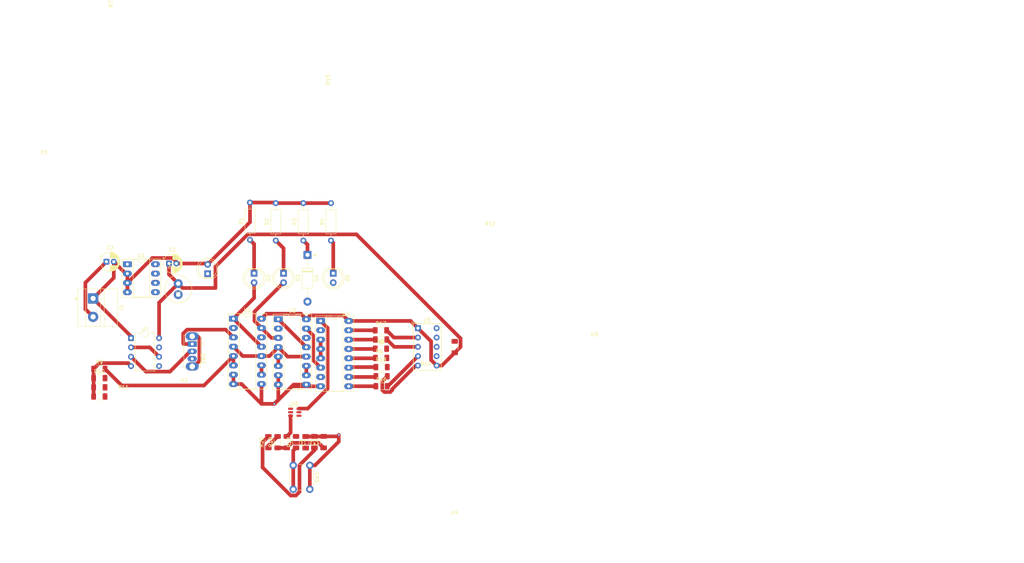
<source format=kicad_pcb>
(kicad_pcb (version 20241229) (generator "pcbnew") (generator_version "9.0")
  (layers (0 "F.Cu" signal) (2 "B.Cu" signal) (13 "F.Paste" user) (15 "B.Paste" user) (5 "F.SilkS" user "F.Silkscreen") (7 "B.SilkS" user "B.Silkscreen") (1 "F.Mask" user) (3 "B.Mask" user) (25 "Edge.Cuts" user))
  (net 0 "")
  (net 1 "VDD")
  (net 2 "GND")
  (net 3 "Net-(D2-K)")
  (net 4 "Net-(D3-K)")
  (net 5 "Net-(D4-K)")
  (net 6 "Net-(D5-K)")
  (net 7 "Net-(U7-DIS)")
  (net 8 "Net-(U7-THR)")
  (net 9 "+5V")
  (net 10 "Net-(U4-g)")
  (net 11 "Net-(U5-G)")
  (net 12 "Net-(U5-F)")
  (net 13 "Net-(U4-f)")
  (net 14 "Clock")
  (net 15 "Net-(U4-e)")
  (net 16 "Net-(U5-E)")
  (net 17 "Net-(U4-BI)")
  (net 18 "Net-(U4-d)")
  (net 19 "Net-(U5-D)")
  (net 20 "Net-(SW2-A)")
  (net 21 "Net-(R13-Pad1)")
  (net 22 "Net-(U3B-J)")
  (net 23 "Net-(U3A-J)")
  (net 24 "Net-(U2B-J)")
  (net 25 "Net-(U2A-J)")
  (net 26 "Net-(U4-c)")
  (net 27 "Net-(U5-C)")
  (net 28 "Net-(U5-A)")
  (net 29 "Net-(U4-a)")
  (net 30 "Net-(U5-B)")
  (net 31 "Net-(U4-b)")
  (net 32 "Q3")
  (net 33 "Q1")
  (net 34 "Reset")
  (net 36 "Net-(D1-K)")
  (net 39 "555")
  (net 41 "Q2")
  (net 43 "Q0")
  (footprint "Package_DIP:DIP-16_W7.62mm_Socket_LongPads" (layer "F.Cu") (at 156.57 88.49)
    (property "Reference" "U3" (at 3.81 -2.33 0) (layer "F.SilkS"))
    (property "Value" "4027")
    (pad "1" thru_hole roundrect (at 0 0) (size 2.4 1.6) (drill 0.8) (layers "*.Cu" "*.Mask") (roundrect_rratio 0.15625) (net 41 "Q2"))
    (pad "2" thru_hole oval (at 0 2.54) (size 2.4 1.6) (drill 0.8) (layers "*.Cu" "*.Mask"))
    (pad "3" thru_hole oval (at 0 5.08) (size 2.4 1.6) (drill 0.8) (layers "*.Cu" "*.Mask") (net 33 "Q1"))
    (pad "4" thru_hole oval (at 0 7.62) (size 2.4 1.6) (drill 0.8) (layers "*.Cu" "*.Mask") (net 34 "Reset"))
    (pad "5" thru_hole oval (at 0 10.16) (size 2.4 1.6) (drill 0.8) (layers "*.Cu" "*.Mask") (net 23 "Net-(U3A-J)"))
    (pad "6" thru_hole oval (at 0 12.7) (size 2.4 1.6) (drill 0.8) (layers "*.Cu" "*.Mask") (net 23 "Net-(U3A-J)"))
    (pad "7" thru_hole oval (at 0 15.24) (size 2.4 1.6) (drill 0.8) (layers "*.Cu" "*.Mask") (net 2 "GND"))
    (pad "8" thru_hole oval (at 0 17.78) (size 2.4 1.6) (drill 0.8) (layers "*.Cu" "*.Mask") (net 2 "GND"))
    (pad "9" thru_hole oval (at 7.62 17.78) (size 2.4 1.6) (drill 0.8) (layers "*.Cu" "*.Mask") (net 2 "GND"))
    (pad "10" thru_hole oval (at 7.62 15.24) (size 2.4 1.6) (drill 0.8) (layers "*.Cu" "*.Mask") (net 22 "Net-(U3B-J)"))
    (pad "11" thru_hole oval (at 7.62 12.7) (size 2.4 1.6) (drill 0.8) (layers "*.Cu" "*.Mask") (net 22 "Net-(U3B-J)"))
    (pad "12" thru_hole oval (at 7.62 10.16) (size 2.4 1.6) (drill 0.8) (layers "*.Cu" "*.Mask") (net 34 "Reset"))
    (pad "13" thru_hole oval (at 7.62 7.62) (size 2.4 1.6) (drill 0.8) (layers "*.Cu" "*.Mask") (net 41 "Q2"))
    (pad "14" thru_hole oval (at 7.62 5.08) (size 2.4 1.6) (drill 0.8) (layers "*.Cu" "*.Mask"))
    (pad "15" thru_hole oval (at 7.62 2.54) (size 2.4 1.6) (drill 0.8) (layers "*.Cu" "*.Mask") (net 32 "Q3"))
    (pad "16" thru_hole oval (at 7.62 0) (size 2.4 1.6) (drill 0.8) (layers "*.Cu" "*.Mask") (net 9 "+5V"))
  )
  (footprint "Resistor_THT:R_Axial_DIN0207_L6.3mm_D2.5mm_P10.16mm_Horizontal" (layer "F.Cu") (at 170.88 67.08 90)
    (property "Reference" "R4" (at 5.08 -2.37 90) (layer "F.SilkS"))
    (property "Value" "4k7")
    (pad "1" thru_hole circle (at 0 0 90) (size 1.6 1.6) (drill 0.8) (layers "*.Cu" "*.Mask") (net 6 "Net-(D5-K)"))
    (pad "2" thru_hole circle (at 10.16 0 90) (size 1.6 1.6) (drill 0.8) (layers "*.Cu" "*.Mask") (net 2 "GND"))
  )
  (footprint "Diode_THT:D_DO-41_SOD81_P12.70mm_Horizontal" (layer "F.Cu") (at 164.5 71 -90)
    (property "Reference" "D4" (at 6.35 -2.47 90) (layer "F.SilkS"))
    (property "Value" "LED")
    (fp_text user "K" (at 0 -2.1 90) (layer "F.SilkS"))
    (pad "1" thru_hole roundrect (at 0 0 270) (size 2.2 2.2) (drill 1.1) (layers "*.Cu" "*.Mask") (roundrect_rratio 0.113636) (net 5 "Net-(D4-K)"))
    (pad "2" thru_hole circle (at 12.7 0 270) (size 2.2 2.2) (drill 1.1) (layers "*.Cu" "*.Mask") (net 41 "Q2"))
  )
  (footprint "Package_TO_SOT_SMD:SOT-23-6" (layer "F.Cu") (at 161.0525 113.78)
    (property "Reference" "U6" (at 0 -2.4 0) (layer "F.SilkS"))
    (property "Value" "74LVC1G11")
    (pad "1" smd roundrect (at -1.1375 -0.95) (size 1.325 0.6) (layers "F.Cu" "F.Mask" "F.Paste") (net 32 "Q3"))
    (pad "2" smd roundrect (at -1.1375 0) (size 1.325 0.6) (layers "F.Cu" "F.Mask" "F.Paste") (net 2 "GND"))
    (pad "3" smd roundrect (at -1.1375 0.95) (size 1.325 0.6) (layers "F.Cu" "F.Mask" "F.Paste") (net 14 "Clock"))
    (pad "4" smd roundrect (at 1.1375 0.95) (size 1.325 0.6) (layers "F.Cu" "F.Mask" "F.Paste") (net 34 "Reset"))
    (pad "5" smd roundrect (at 1.1375 0) (size 1.325 0.6) (layers "F.Cu" "F.Mask" "F.Paste") (net 9 "+5V"))
    (pad "6" smd roundrect (at 1.1375 -0.95) (size 1.325 0.6) (layers "F.Cu" "F.Mask" "F.Paste") (net 33 "Q1"))
  )
  (footprint "Inductor_THT:L_Radial_D7.2mm_P3.00mm_Murata_1700" (layer "F.Cu") (at 129.38 81.8 90)
    (property "Reference" "L1" (at 0.235 0 90) (layer "F.SilkS"))
    (property "Value" "L")
    (pad "1" thru_hole circle (at 0 0 90) (size 2.4 2.4) (drill 1.2) (layers "*.Cu" "*.Mask") (net 36 "Net-(D1-K)"))
    (pad "2" thru_hole circle (at 3 0 90) (size 2.4 2.4) (drill 1.2) (layers "*.Cu" "*.Mask") (net 9 "+5V"))
  )
  (footprint "LED_THT:LED_D5.0mm" (layer "F.Cu") (at 150 76 -90)
    (property "Reference" "D2" (at 1.27 -3.96 90) (layer "F.SilkS"))
    (property "Value" "LED")
    (pad "1" thru_hole rect (at 0 0 270) (size 1.8 1.8) (drill 0.9) (layers "*.Cu" "*.Mask") (net 3 "Net-(D2-K)"))
    (pad "2" thru_hole circle (at 2.54 0 270) (size 1.8 1.8) (drill 0.9) (layers "*.Cu" "*.Mask") (net 43 "Q0"))
  )
  (footprint "Resistor_SMD:R_1206_3216Metric_Pad1.30x1.75mm_HandSolder" (layer "F.Cu") (at 184.5 94)
    (property "Reference" "R18" (at 0 5.465 0) (layer "F.SilkS"))
    (property "Value" "2k")
    (pad "1" smd roundrect (at -1.55 0) (size 1.3 1.75) (layers "F.Cu" "F.Mask" "F.Paste") (roundrect_rratio 0.192308) (net 10 "Net-(U4-g)"))
    (pad "2" smd roundrect (at 1.55 0) (size 1.3 1.75) (layers "F.Cu" "F.Mask" "F.Paste") (roundrect_rratio 0.192308) (net 11 "Net-(U5-G)"))
  )
  (footprint "Package_DIP:DIP-8_W7.62mm_Socket_LongPads" (layer "F.Cu") (at 115.57 73.53)
    (property "Reference" "U1" (at 3.81 -2.33 0) (layer "F.SilkS"))
    (property "Value" "LM2574N-5")
    (pad "1" thru_hole roundrect (at 0 0) (size 2.4 1.6) (drill 0.8) (layers "*.Cu" "*.Mask") (roundrect_rratio 0.15625) (net 9 "+5V"))
    (pad "2" thru_hole oval (at 0 2.54) (size 2.4 1.6) (drill 0.8) (layers "*.Cu" "*.Mask") (net 2 "GND"))
    (pad "3" thru_hole oval (at 0 5.08) (size 2.4 1.6) (drill 0.8) (layers "*.Cu" "*.Mask") (net 2 "GND"))
    (pad "4" thru_hole oval (at 0 7.62) (size 2.4 1.6) (drill 0.8) (layers "*.Cu" "*.Mask") (net 2 "GND"))
    (pad "5" thru_hole oval (at 7.62 7.62) (size 2.4 1.6) (drill 0.8) (layers "*.Cu" "*.Mask") (net 1 "VDD"))
    (pad "6" thru_hole oval (at 7.62 5.08) (size 2.4 1.6) (drill 0.8) (layers "*.Cu" "*.Mask"))
    (pad "7" thru_hole oval (at 7.62 2.54) (size 2.4 1.6) (drill 0.8) (layers "*.Cu" "*.Mask") (net 36 "Net-(D1-K)"))
    (pad "8" thru_hole oval (at 7.62 0) (size 2.4 1.6) (drill 0.8) (layers "*.Cu" "*.Mask"))
  )
  (footprint "Resistor_THT:R_Axial_DIN0207_L6.3mm_D2.5mm_P10.16mm_Horizontal" (layer "F.Cu") (at 155.88 67.08 90)
    (property "Reference" "R2" (at 5.08 -2.37 90) (layer "F.SilkS"))
    (property "Value" "4k7")
    (pad "1" thru_hole circle (at 0 0 90) (size 1.6 1.6) (drill 0.8) (layers "*.Cu" "*.Mask") (net 4 "Net-(D3-K)"))
    (pad "2" thru_hole circle (at 10.16 0 90) (size 1.6 1.6) (drill 0.8) (layers "*.Cu" "*.Mask") (net 2 "GND"))
  )
  (footprint "Resistor_SMD:R_1206_3216Metric_Pad1.30x1.75mm_HandSolder" (layer "F.Cu") (at 184.625 101.5)
    (property "Reference" "R8" (at -0.225 -7.035 0) (layer "F.SilkS"))
    (property "Value" "2k")
    (pad "1" smd roundrect (at -1.55 0) (size 1.3 1.75) (layers "F.Cu" "F.Mask" "F.Paste") (roundrect_rratio 0.192308) (net 26 "Net-(U4-c)"))
    (pad "2" smd roundrect (at 1.55 0) (size 1.3 1.75) (layers "F.Cu" "F.Mask" "F.Paste") (roundrect_rratio 0.192308) (net 27 "Net-(U5-C)"))
  )
  (footprint "Resistor_SMD:R_1206_3216Metric_Pad1.30x1.75mm_HandSolder" (layer "F.Cu") (at 107.95 104.5)
    (property "Reference" "R10" (at 0 -1.83 0) (layer "F.SilkS"))
    (property "Value" "10k")
    (pad "1" smd roundrect (at -1.55 0) (size 1.3 1.75) (layers "F.Cu" "F.Mask" "F.Paste") (roundrect_rratio 0.192308) (net 9 "+5V"))
    (pad "2" smd roundrect (at 1.55 0) (size 1.3 1.75) (layers "F.Cu" "F.Mask" "F.Paste") (roundrect_rratio 0.192308) (net 24 "Net-(U2B-J)"))
  )
  (footprint "Package_DIP:DIP-16_W7.62mm_Socket_LongPads" (layer "F.Cu") (at 168.07 88.95)
    (property "Reference" "U4" (at 6.89 -1.95 0) (layer "F.SilkS"))
    (property "Value" "74LS47")
    (pad "1" thru_hole roundrect (at 0 0) (size 2.4 1.6) (drill 0.8) (layers "*.Cu" "*.Mask") (roundrect_rratio 0.15625) (net 33 "Q1"))
    (pad "2" thru_hole oval (at 0 2.54) (size 2.4 1.6) (drill 0.8) (layers "*.Cu" "*.Mask") (net 41 "Q2"))
    (pad "3" thru_hole oval (at 0 5.08) (size 2.4 1.6) (drill 0.8) (layers "*.Cu" "*.Mask") (net 17 "Net-(U4-BI)"))
    (pad "4" thru_hole oval (at 0 7.62) (size 2.4 1.6) (drill 0.8) (layers "*.Cu" "*.Mask") (net 17 "Net-(U4-BI)"))
    (pad "5" thru_hole oval (at 0 10.16) (size 2.4 1.6) (drill 0.8) (layers "*.Cu" "*.Mask") (net 17 "Net-(U4-BI)"))
    (pad "6" thru_hole oval (at 0 12.7) (size 2.4 1.6) (drill 0.8) (layers "*.Cu" "*.Mask") (net 32 "Q3"))
    (pad "7" thru_hole oval (at 0 15.24) (size 2.4 1.6) (drill 0.8) (layers "*.Cu" "*.Mask") (net 43 "Q0"))
    (pad "8" thru_hole oval (at 0 17.78) (size 2.4 1.6) (drill 0.8) (layers "*.Cu" "*.Mask") (net 2 "GND"))
    (pad "9" thru_hole oval (at 7.62 17.78) (size 2.4 1.6) (drill 0.8) (layers "*.Cu" "*.Mask") (net 15 "Net-(U4-e)"))
    (pad "10" thru_hole oval (at 7.62 15.24) (size 2.4 1.6) (drill 0.8) (layers "*.Cu" "*.Mask") (net 18 "Net-(U4-d)"))
    (pad "11" thru_hole oval (at 7.62 12.7) (size 2.4 1.6) (drill 0.8) (layers "*.Cu" "*.Mask") (net 26 "Net-(U4-c)"))
    (pad "12" thru_hole oval (at 7.62 10.16) (size 2.4 1.6) (drill 0.8) (layers "*.Cu" "*.Mask") (net 31 "Net-(U4-b)"))
    (pad "13" thru_hole oval (at 7.62 7.62) (size 2.4 1.6) (drill 0.8) (layers "*.Cu" "*.Mask") (net 29 "Net-(U4-a)"))
    (pad "14" thru_hole oval (at 7.62 5.08) (size 2.4 1.6) (drill 0.8) (layers "*.Cu" "*.Mask") (net 10 "Net-(U4-g)"))
    (pad "15" thru_hole oval (at 7.62 2.54) (size 2.4 1.6) (drill 0.8) (layers "*.Cu" "*.Mask") (net 13 "Net-(U4-f)"))
    (pad "16" thru_hole oval (at 7.62 0) (size 2.4 1.6) (drill 0.8) (layers "*.Cu" "*.Mask") (net 9 "+5V"))
  )
  (footprint "Resistor_SMD:R_1206_3216Metric_Pad1.30x1.75mm_HandSolder" (layer "F.Cu") (at 107.95 109.5)
    (property "Reference" "R12" (at 106.175 -46.935 0) (layer "F.SilkS"))
    (property "Value" "10k")
    (pad "1" smd roundrect (at -1.55 0) (size 1.3 1.75) (layers "F.Cu" "F.Mask" "F.Paste") (roundrect_rratio 0.192308) (net 9 "+5V"))
    (pad "2" smd roundrect (at 1.55 0) (size 1.3 1.75) (layers "F.Cu" "F.Mask" "F.Paste") (roundrect_rratio 0.192308) (net 22 "Net-(U3B-J)"))
  )
  (footprint "Resistor_SMD:R_1206_3216Metric_Pad1.30x1.75mm_HandSolder" (layer "F.Cu") (at 184.5 99)
    (property "Reference" "R6" (at -0.5 -1.83 0) (layer "F.SilkS"))
    (property "Value" "2k")
    (pad "1" smd roundrect (at -1.55 0) (size 1.3 1.75) (layers "F.Cu" "F.Mask" "F.Paste") (roundrect_rratio 0.192308) (net 31 "Net-(U4-b)"))
    (pad "2" smd roundrect (at 1.55 0) (size 1.3 1.75) (layers "F.Cu" "F.Mask" "F.Paste") (roundrect_rratio 0.192308) (net 30 "Net-(U5-B)"))
  )
  (footprint "Resistor_SMD:R_1206_3216Metric_Pad1.30x1.75mm_HandSolder" (layer "F.Cu") (at 107.95 107)
    (property "Reference" "R11" (at 6.55 0 0) (layer "F.SilkS"))
    (property "Value" "10k")
    (pad "1" smd roundrect (at -1.55 0) (size 1.3 1.75) (layers "F.Cu" "F.Mask" "F.Paste") (roundrect_rratio 0.192308) (net 9 "+5V"))
    (pad "2" smd roundrect (at 1.55 0) (size 1.3 1.75) (layers "F.Cu" "F.Mask" "F.Paste") (roundrect_rratio 0.192308) (net 23 "Net-(U3A-J)"))
  )
  (footprint "Resistor_SMD:R_1206_3216Metric_Pad1.30x1.75mm_HandSolder" (layer "F.Cu") (at 161.38 121.9025 90)
    (property "Reference" "R13" (at 0 -1.83 90) (layer "F.SilkS"))
    (property "Value" "2k")
    (pad "1" smd roundrect (at -1.55 0 90) (size 1.3 1.75) (layers "F.Cu" "F.Mask" "F.Paste") (roundrect_rratio 0.192308) (net 21 "Net-(R13-Pad1)"))
    (pad "2" smd roundrect (at 1.55 0 90) (size 1.3 1.75) (layers "F.Cu" "F.Mask" "F.Paste") (roundrect_rratio 0.192308) (net 20 "Net-(SW2-A)"))
  )
  (footprint "LED_THT:LED_D5.0mm" (layer "F.Cu") (at 137.38 76.115 90)
    (property "Reference" "D1" (at 2.275 -10.03 90) (layer "F.SilkS"))
    (property "Value" "LED")
    (pad "1" thru_hole rect (at 0 0 90) (size 1.8 1.8) (drill 0.9) (layers "*.Cu" "*.Mask") (net 36 "Net-(D1-K)"))
    (pad "2" thru_hole circle (at 2.54 0 90) (size 1.8 1.8) (drill 0.9) (layers "*.Cu" "*.Mask") (net 2 "GND"))
  )
  (footprint "Capacitor_SMD:C_1206_3216Metric_Pad1.33x1.80mm_HandSolder" (layer "F.Cu") (at 166.38 121.9025 90)
    (property "Reference" "C3" (at -0.16 -3.03 270) (layer "F.SilkS"))
    (property "Value" "10u")
    (pad "1" smd roundrect (at -1.5625 0 90) (size 1.325 1.8) (layers "F.Cu" "F.Mask" "F.Paste") (roundrect_rratio 0.188679) (net 8 "Net-(U7-THR)"))
    (pad "2" smd roundrect (at 1.5625 0 90) (size 1.325 1.8) (layers "F.Cu" "F.Mask" "F.Paste") (roundrect_rratio 0.188679) (net 2 "GND"))
  )
  (footprint "Capacitor_SMD:C_1206_3216Metric_Pad1.33x1.80mm_HandSolder" (layer "F.Cu") (at 164 121.9375 -90)
    (property "Reference" "C5" (at 0 -1.85 90) (layer "F.SilkS"))
    (property "Value" "1u")
    (pad "1" smd roundrect (at -1.5625 0 270) (size 1.325 1.8) (layers "F.Cu" "F.Mask" "F.Paste") (roundrect_rratio 0.188679) (net 2 "GND"))
    (pad "2" smd roundrect (at 1.5625 0 270) (size 1.325 1.8) (layers "F.Cu" "F.Mask" "F.Paste") (roundrect_rratio 0.188679) (net 20 "Net-(SW2-A)"))
  )
  (footprint "LED_THT:LED_D5.0mm" (layer "F.Cu") (at 158 76 -90)
    (property "Reference" "D3" (at 1.27 -3.96 90) (layer "F.SilkS"))
    (property "Value" "LED")
    (pad "1" thru_hole rect (at 0 0 270) (size 1.8 1.8) (drill 0.9) (layers "*.Cu" "*.Mask") (net 4 "Net-(D3-K)"))
    (pad "2" thru_hole circle (at 2.54 0 270) (size 1.8 1.8) (drill 0.9) (layers "*.Cu" "*.Mask") (net 33 "Q1"))
  )
  (footprint "MountingHole:MountingHole_5.5mm" (layer "F.Cu") (at 93 49.5)
    (property "Reference" "H1" (at 0 -6.45 0) (layer "F.SilkS"))
    (property "Value" "MountingHole")
    (pad "" np_thru_hole circle (at 0 0) (size 5.5 5.5) (drill 5.5) (layers "*.Cu" "*.Mask"))
  )
  (footprint "Resistor_THT:R_Axial_DIN0207_L6.3mm_D2.5mm_P10.16mm_Horizontal" (layer "F.Cu") (at 163.38 67.08 90)
    (property "Reference" "R3" (at 5.08 -2.37 90) (layer "F.SilkS"))
    (property "Value" "4k7")
    (pad "1" thru_hole circle (at 0 0 90) (size 1.6 1.6) (drill 0.8) (layers "*.Cu" "*.Mask") (net 5 "Net-(D4-K)"))
    (pad "2" thru_hole circle (at 10.16 0 90) (size 1.6 1.6) (drill 0.8) (layers "*.Cu" "*.Mask") (net 2 "GND"))
  )
  (footprint "Capacitor_SMD:C_1206_3216Metric_Pad1.33x1.80mm_HandSolder" (layer "F.Cu") (at 168.88 121.9025 90)
    (property "Reference" "C4" (at 0 -1.85 90) (layer "F.SilkS"))
    (property "Value" "100n")
    (pad "1" smd roundrect (at -1.5625 0 90) (size 1.325 1.8) (layers "F.Cu" "F.Mask" "F.Paste") (roundrect_rratio 0.188679) (net 9 "+5V"))
    (pad "2" smd roundrect (at 1.5625 0 90) (size 1.325 1.8) (layers "F.Cu" "F.Mask" "F.Paste") (roundrect_rratio 0.188679) (net 2 "GND"))
  )
  (footprint "Resistor_SMD:R_1206_3216Metric_Pad1.30x1.75mm_HandSolder" (layer "F.Cu") (at 158.88 121.915 90)
    (property "Reference" "R7" (at 119.125 -47.745 90) (layer "F.SilkS"))
    (property "Value" "10k")
    (pad "1" smd roundrect (at -1.55 0 90) (size 1.3 1.75) (layers "F.Cu" "F.Mask" "F.Paste") (roundrect_rratio 0.192308) (net 9 "+5V"))
    (pad "2" smd roundrect (at 1.55 0 90) (size 1.3 1.75) (layers "F.Cu" "F.Mask" "F.Paste") (roundrect_rratio 0.192308) (net 14 "Clock"))
  )
  (footprint "Button_Switch_THT:SW_PUSH_6mm_H4.3mm" (layer "F.Cu") (at 165.13 128.215 -90)
    (property "Reference" "SW1" (at 3.25 -2 90) (layer "F.SilkS"))
    (property "Value" "SW_Push")
    (pad "1" thru_hole circle (at 0 0) (size 2 2) (drill 1.1) (layers "*.Cu" "*.Mask") (net 2 "GND"))
    (pad "1" thru_hole circle (at 6.5 0) (size 2 2) (drill 1.1) (layers "*.Cu" "*.Mask") (net 2 "GND"))
    (pad "2" thru_hole circle (at 0 4.5) (size 2 2) (drill 1.1) (layers "*.Cu" "*.Mask") (net 21 "Net-(R13-Pad1)"))
    (pad "2" thru_hole circle (at 6.5 4.5) (size 2 2) (drill 1.1) (layers "*.Cu" "*.Mask") (net 21 "Net-(R13-Pad1)"))
  )
  (footprint "Resistor_SMD:R_1206_3216Metric_Pad1.30x1.75mm_HandSolder" (layer "F.Cu") (at 184.45 96.5)
    (property "Reference" "R5" (at 0 -1.83 0) (layer "F.SilkS"))
    (property "Value" "2k")
    (pad "1" smd roundrect (at -1.55 0) (size 1.3 1.75) (layers "F.Cu" "F.Mask" "F.Paste") (roundrect_rratio 0.192308) (net 29 "Net-(U4-a)"))
    (pad "2" smd roundrect (at 1.55 0) (size 1.3 1.75) (layers "F.Cu" "F.Mask" "F.Paste") (roundrect_rratio 0.192308) (net 28 "Net-(U5-A)"))
  )
  (footprint "Resistor_SMD:R_1206_3216Metric_Pad1.30x1.75mm_HandSolder" (layer "F.Cu") (at 184.45 91.5)
    (property "Reference" "R17" (at 0 -1.83 0) (layer "F.SilkS"))
    (property "Value" "2k")
    (pad "1" smd roundrect (at -1.55 0) (size 1.3 1.75) (layers "F.Cu" "F.Mask" "F.Paste") (roundrect_rratio 0.192308) (net 13 "Net-(U4-f)"))
    (pad "2" smd roundrect (at 1.55 0) (size 1.3 1.75) (layers "F.Cu" "F.Mask" "F.Paste") (roundrect_rratio 0.192308) (net 12 "Net-(U5-F)"))
  )
  (footprint "TerminalBlock_MetzConnect:TerminalBlock_MetzConnect_Type011_RT05502HBLC_1x02_P5.00mm_Horizontal" (layer "F.Cu") (at 106.2625 82.84 -90)
    (property "Reference" "J1" (at 2.5 -7.62 90) (layer "F.SilkS"))
    (property "Value" "Screw_Terminal_01x02")
    (pad "1" thru_hole roundrect (at 0 0 270) (size 2.8 2.8) (drill 1.4) (layers "*.Cu" "*.Mask") (roundrect_rratio 0.089286) (net 2 "GND"))
    (pad "2" thru_hole circle (at 5 0 270) (size 2.8 2.8) (drill 1.4) (layers "*.Cu" "*.Mask") (net 1 "VDD"))
  )
  (footprint "LED_THT:LED_D5.0mm" (layer "F.Cu") (at 171.5 76 -90)
    (property "Reference" "D5" (at 1.27 -3.96 90) (layer "F.SilkS"))
    (property "Value" "LED")
    (pad "1" thru_hole rect (at 0 0 270) (size 1.8 1.8) (drill 0.9) (layers "*.Cu" "*.Mask") (net 6 "Net-(D5-K)"))
    (pad "2" thru_hole circle (at 2.54 0 270) (size 1.8 1.8) (drill 0.9) (layers "*.Cu" "*.Mask") (net 32 "Q3"))
  )
  (footprint "Display_7Segment:HDSP-7401" (layer "F.Cu") (at 194.5 90.92)
    (property "Reference" "U5" (at 2.54 -2.159 0) (layer "F.SilkS"))
    (property "Value" "FYS-3911BUHR-21")
    (pad "1" thru_hole rect (at 0 0) (size 1.6 1.6) (drill 0.8) (layers "*.Cu" "*.Mask") (net 9 "+5V"))
    (pad "2" thru_hole circle (at 0 2.54) (size 1.6 1.6) (drill 0.8) (layers "*.Cu" "*.Mask") (net 12 "Net-(U5-F)"))
    (pad "3" thru_hole circle (at 0 5.08) (size 1.6 1.6) (drill 0.8) (layers "*.Cu" "*.Mask") (net 11 "Net-(U5-G)"))
    (pad "4" thru_hole circle (at 0 7.62) (size 1.6 1.6) (drill 0.8) (layers "*.Cu" "*.Mask") (net 16 "Net-(U5-E)"))
    (pad "5" thru_hole circle (at 0 10.16) (size 1.6 1.6) (drill 0.8) (layers "*.Cu" "*.Mask") (net 19 "Net-(U5-D)"))
    (pad "6" thru_hole circle (at 5.08 10.16) (size 1.6 1.6) (drill 0.8) (layers "*.Cu" "*.Mask") (net 9 "+5V"))
    (pad "7" thru_hole circle (at 5.08 7.62) (size 1.6 1.6) (drill 0.8) (layers "*.Cu" "*.Mask"))
    (pad "8" thru_hole circle (at 5.08 5.08) (size 1.6 1.6) (drill 0.8) (layers "*.Cu" "*.Mask") (net 27 "Net-(U5-C)"))
    (pad "9" thru_hole circle (at 5.08 2.54) (size 1.6 1.6) (drill 0.8) (layers "*.Cu" "*.Mask") (net 30 "Net-(U5-B)"))
    (pad "10" thru_hole circle (at 5.08 0) (size 1.6 1.6) (drill 0.8) (layers "*.Cu" "*.Mask") (net 28 "Net-(U5-A)"))
  )
  (footprint "Resistor_SMD:R_1206_3216Metric_Pad1.30x1.75mm_HandSolder" (layer "F.Cu") (at 153.88 121.915 90)
    (property "Reference" "R20" (at 0 -1.83 90) (layer "F.SilkS"))
    (property "Value" "47k")
    (pad "1" smd roundrect (at -1.55 0 90) (size 1.3 1.75) (layers "F.Cu" "F.Mask" "F.Paste") (roundrect_rratio 0.192308) (net 7 "Net-(U7-DIS)"))
    (pad "2" smd roundrect (at 1.55 0 90) (size 1.3 1.75) (layers "F.Cu" "F.Mask" "F.Paste") (roundrect_rratio 0.192308) (net 8 "Net-(U7-THR)"))
  )
  (footprint "Package_DIP:DIP-8_W7.62mm" (layer "F.Cu") (at 116.57 93.61)
    (property "Reference" "U7" (at 3.81 -2.33 0) (layer "F.SilkS"))
    (property "Value" "NE555P")
    (pad "1" thru_hole roundrect (at 0 0) (size 1.6 1.6) (drill 0.8) (layers "*.Cu" "*.Mask") (roundrect_rratio 0.15625) (net 2 "GND"))
    (pad "2" thru_hole circle (at 0 2.54) (size 1.6 1.6) (drill 0.8) (layers "*.Cu" "*.Mask") (net 8 "Net-(U7-THR)"))
    (pad "3" thru_hole circle (at 0 5.08) (size 1.6 1.6) (drill 0.8) (layers "*.Cu" "*.Mask") (net 39 "555"))
    (pad "4" thru_hole circle (at 0 7.62) (size 1.6 1.6) (drill 0.8) (layers "*.Cu" "*.Mask") (net 9 "+5V"))
    (pad "5" thru_hole circle (at 7.62 7.62) (size 1.6 1.6) (drill 0.8) (layers "*.Cu" "*.Mask"))
    (pad "6" thru_hole circle (at 7.62 5.08) (size 1.6 1.6) (drill 0.8) (layers "*.Cu" "*.Mask") (net 8 "Net-(U7-THR)"))
    (pad "7" thru_hole circle (at 7.62 2.54) (size 1.6 1.6) (drill 0.8) (layers "*.Cu" "*.Mask") (net 7 "Net-(U7-DIS)"))
    (pad "8" thru_hole circle (at 7.62 0) (size 1.6 1.6) (drill 0.8) (layers "*.Cu" "*.Mask") (net 9 "+5V"))
  )
  (footprint "Button_Switch_THT:SW_Slide_SPDT_Straight_CK_OS102011MS2Q" (layer "F.Cu") (at 133.19 95.23 -90)
    (property "Reference" "SW2" (at 3.99 -2.99 90) (layer "F.SilkS"))
    (property "Value" "SW_Wuerth_450301014042")
    (pad "" thru_hole oval (at -2.1 0 270) (size 2.2 3.5) (drill 1.5) (layers "*.Cu" "*.Mask"))
    (pad "" thru_hole oval (at 6.1 0 270) (size 2.2 3.5) (drill 1.5) (layers "*.Cu" "*.Mask"))
    (pad "1" thru_hole rect (at 0 0 270) (size 1.5 2.5) (drill 0.8) (layers "*.Cu" "*.Mask") (net 14 "Clock"))
    (pad "2" thru_hole oval (at 2 0 270) (size 1.5 2.5) (drill 0.8) (layers "*.Cu" "*.Mask") (net 39 "555"))
    (pad "3" thru_hole oval (at 4 0 270) (size 1.5 2.5) (drill 0.8) (layers "*.Cu" "*.Mask") (net 20 "Net-(SW2-A)"))
  )
  (footprint "Capacitor_THT:CP_Radial_D5.0mm_P2.00mm" (layer "F.Cu") (at 109.88 72.84)
    (property "Reference" "C2" (at 1 -3.75 0) (layer "F.SilkS"))
    (property "Value" "C_Polarized")
    (pad "1" thru_hole roundrect (at 0 0) (size 1.6 1.6) (drill 0.8) (layers "*.Cu" "*.Mask") (roundrect_rratio 0.15625) (net 1 "VDD"))
    (pad "2" thru_hole circle (at 2 0) (size 1.6 1.6) (drill 0.8) (layers "*.Cu" "*.Mask") (net 2 "GND"))
  )
  (footprint "MountingHole:MountingHole_5.5mm" (layer "F.Cu") (at 204.5 49.5)
    (property "Reference" "H3" (at 38 43.1 0) (layer "F.SilkS"))
    (property "Value" "MountingHole")
    (pad "" np_thru_hole circle (at 0 0) (size 5.5 5.5) (drill 5.5) (layers "*.Cu" "*.Mask"))
  )
  (footprint "Package_DIP:DIP-16_W7.62mm_Socket_LongPads" (layer "F.Cu") (at 144.38 88.34)
    (property "Reference" "U2" (at 3.81 -2.33 0) (layer "F.SilkS"))
    (property "Value" "4027")
    (pad "1" thru_hole roundrect (at 0 0) (size 2.4 1.6) (drill 0.8) (layers "*.Cu" "*.Mask") (roundrect_rratio 0.15625) (net 43 "Q0"))
    (pad "2" thru_hole oval (at 0 2.54) (size 2.4 1.6) (drill 0.8) (layers "*.Cu" "*.Mask"))
    (pad "3" thru_hole oval (at 0 5.08) (size 2.4 1.6) (drill 0.8) (layers "*.Cu" "*.Mask") (net 14 "Clock"))
    (pad "4" thru_hole oval (at 0 7.62) (size 2.4 1.6) (drill 0.8) (layers "*.Cu" "*.Mask") (net 34 "Reset"))
    (pad "5" thru_hole oval (at 0 10.16) (size 2.4 1.6) (drill 0.8) (layers "*.Cu" "*.Mask") (net 25 "Net-(U2A-J)"))
    (pad "6" thru_hole oval (at 0 12.7) (size 2.4 1.6) (drill 0.8) (layers "*.Cu" "*.Mask") (net 25 "Net-(U2A-J)"))
    (pad "7" thru_hole oval (at 0 15.24) (size 2.4 1.6) (drill 0.8) (layers "*.Cu" "*.Mask") (net 2 "GND"))
    (pad "8" thru_hole oval (at 0 17.78) (size 2.4 1.6) (drill 0.8) (layers "*.Cu" "*.Mask") (net 2 "GND"))
    (pad "9" thru_hole oval (at 7.62 17.78) (size 2.4 1.6) (drill 0.8) (layers "*.Cu" "*.Mask") (net 2 "GND"))
    (pad "10" thru_hole oval (at 7.62 15.24) (size 2.4 1.6) (drill 0.8) (layers "*.Cu" "*.Mask") (net 24 "Net-(U2B-J)"))
    (pad "11" thru_hole oval (at 7.62 12.7) (size 2.4 1.6) (drill 0.8) (layers "*.Cu" "*.Mask") (net 24 "Net-(U2B-J)"))
    (pad "12" thru_hole oval (at 7.62 10.16) (size 2.4 1.6) (drill 0.8) (layers "*.Cu" "*.Mask") (net 34 "Reset"))
    (pad "13" thru_hole oval (at 7.62 7.62) (size 2.4 1.6) (drill 0.8) (layers "*.Cu" "*.Mask") (net 43 "Q0"))
    (pad "14" thru_hole oval (at 7.62 5.08) (size 2.4 1.6) (drill 0.8) (layers "*.Cu" "*.Mask"))
    (pad "15" thru_hole oval (at 7.62 2.54) (size 2.4 1.6) (drill 0.8) (layers "*.Cu" "*.Mask") (net 33 "Q1"))
    (pad "16" thru_hole oval (at 7.62 0) (size 2.4 1.6) (drill 0.8) (layers "*.Cu" "*.Mask") (net 9 "+5V"))
  )
  (footprint "MountingHole:MountingHole_5.5mm" (layer "F.Cu") (at 93 147.5)
    (property "Reference" "H2" (at 38 -42.35 0) (layer "F.SilkS"))
    (property "Value" "MountingHole")
    (pad "" np_thru_hole circle (at 0 0) (size 5.5 5.5) (drill 5.5) (layers "*.Cu" "*.Mask"))
  )
  (footprint "Resistor_SMD:R_1206_3216Metric_Pad1.30x1.75mm_HandSolder" (layer "F.Cu") (at 107.95 102)
    (property "Reference" "R9" (at 0 -1.83 0) (layer "F.SilkS"))
    (property "Value" "10k")
    (pad "1" smd roundrect (at -1.55 0) (size 1.3 1.75) (layers "F.Cu" "F.Mask" "F.Paste") (roundrect_rratio 0.192308) (net 9 "+5V"))
    (pad "2" smd roundrect (at 1.55 0) (size 1.3 1.75) (layers "F.Cu" "F.Mask" "F.Paste") (roundrect_rratio 0.192308) (net 25 "Net-(U2A-J)"))
  )
  (footprint "Resistor_SMD:R_1206_3216Metric_Pad1.30x1.75mm_HandSolder" (layer "F.Cu") (at 204.5 96.05 90)
    (property "Reference" "R15" (at 72.675 -34.365 90) (layer "F.SilkS"))
    (property "Value" "10k")
    (pad "1" smd roundrect (at -1.55 0 90) (size 1.3 1.75) (layers "F.Cu" "F.Mask" "F.Paste") (roundrect_rratio 0.192308) (net 9 "+5V"))
    (pad "2" smd roundrect (at 1.55 0 90) (size 1.3 1.75) (layers "F.Cu" "F.Mask" "F.Paste") (roundrect_rratio 0.192308) (net 17 "Net-(U4-BI)"))
  )
  (footprint "Capacitor_THT:CP_Radial_D5.0mm_P2.00mm" (layer "F.Cu") (at 126.88 73.34)
    (property "Reference" "C1" (at 1 -3.75 0) (layer "F.SilkS"))
    (property "Value" "C_Polarized")
    (pad "1" thru_hole roundrect (at 0 0) (size 1.6 1.6) (drill 0.8) (layers "*.Cu" "*.Mask") (roundrect_rratio 0.15625) (net 9 "+5V"))
    (pad "2" thru_hole circle (at 2 0) (size 1.6 1.6) (drill 0.8) (layers "*.Cu" "*.Mask") (net 2 "GND"))
  )
  (footprint "Resistor_SMD:R_1206_3216Metric_Pad1.30x1.75mm_HandSolder" (layer "F.Cu") (at 156.38 121.915 90)
    (property "Reference" "R19" (at 0 -1.83 90) (layer "F.SilkS"))
    (property "Value" "47k")
    (pad "1" smd roundrect (at -1.55 0 90) (size 1.3 1.75) (layers "F.Cu" "F.Mask" "F.Paste") (roundrect_rratio 0.192308) (net 9 "+5V"))
    (pad "2" smd roundrect (at 1.55 0 90) (size 1.3 1.75) (layers "F.Cu" "F.Mask" "F.Paste") (roundrect_rratio 0.192308) (net 7 "Net-(U7-DIS)"))
  )
  (footprint "MountingHole:MountingHole_5.5mm" (layer "F.Cu") (at 204.5 147.5)
    (property "Reference" "H4" (at 0 -6.45 0) (layer "F.SilkS"))
    (property "Value" "MountingHole")
    (pad "" np_thru_hole circle (at 0 0) (size 5.5 5.5) (drill 5.5) (layers "*.Cu" "*.Mask"))
  )
  (footprint "Resistor_SMD:R_1206_3216Metric_Pad1.30x1.75mm_HandSolder" (layer "F.Cu") (at 184.625 106.705)
    (property "Reference" "R16" (at 0 -1.83 0) (layer "F.SilkS"))
    (property "Value" "2k")
    (pad "1" smd roundrect (at -1.55 0) (size 1.3 1.75) (layers "F.Cu" "F.Mask" "F.Paste") (roundrect_rratio 0.192308) (net 15 "Net-(U4-e)"))
    (pad "2" smd roundrect (at 1.55 0) (size 1.3 1.75) (layers "F.Cu" "F.Mask" "F.Paste") (roundrect_rratio 0.192308) (net 16 "Net-(U5-E)"))
  )
  (footprint "Resistor_SMD:R_1206_3216Metric_Pad1.30x1.75mm_HandSolder" (layer "F.Cu") (at 184.625 104)
    (property "Reference" "R14" (at 12.05 -3.34 0) (layer "F.SilkS"))
    (property "Value" "2k")
    (pad "1" smd roundrect (at -1.55 0) (size 1.3 1.75) (layers "F.Cu" "F.Mask" "F.Paste") (roundrect_rratio 0.192308) (net 18 "Net-(U4-d)"))
    (pad "2" smd roundrect (at 1.55 0) (size 1.3 1.75) (layers "F.Cu" "F.Mask" "F.Paste") (roundrect_rratio 0.192308) (net 19 "Net-(U5-D)"))
  )
  (footprint "Resistor_THT:R_Axial_DIN0207_L6.3mm_D2.5mm_P10.16mm_Horizontal" (layer "F.Cu") (at 148.88 66.92 90)
    (property "Reference" "R1" (at 5.08 -2.37 90) (layer "F.SilkS"))
    (property "Value" "4k7")
    (pad "1" thru_hole circle (at 0 0 90) (size 1.6 1.6) (drill 0.8) (layers "*.Cu" "*.Mask") (net 3 "Net-(D2-K)"))
    (pad "2" thru_hole circle (at 10.16 0 90) (size 1.6 1.6) (drill 0.8) (layers "*.Cu" "*.Mask") (net 2 "GND"))
  )
  (segment (start 135.141 93.631) (end 135.141 99.831024) (width 1) (layer "F.Cu") (net 0))
  (segment (start 134.64 93.13) (end 135.141 93.631) (width 1) (layer "F.Cu") (net 0))
  (segment (start 133.642024 101.33) (end 133.19 101.33) (width 1) (layer "F.Cu") (net 0))
  (segment (start 135.141 99.831024) (end 133.642024 101.33) (width 1) (layer "F.Cu") (net 0))
  (segment (start 133.19 93.13) (end 134.64 93.13) (width 1) (layer "F.Cu") (net 0))
  (segment (start 104.1615 85.739) (end 104.1615 78.5585) (width 1) (layer "F.Cu") (net 1))
  (segment (start 106.2625 87.84) (end 104.1615 85.739) (width 1) (layer "F.Cu") (net 1))
  (segment (start 104.1615 78.5585) (end 109.88 72.84) (width 1) (layer "F.Cu") (net 1))
  (segment (start 156.57 103.73) (end 156.57 106.27) (width 1) (layer "F.Cu") (net 2))
  (segment (start 111.88 77.2225) (end 111.88 72.84) (width 1) (layer "F.Cu") (net 2))
  (segment (start 160.73 106.27) (end 155.5 111.5) (width 1) (layer "F.Cu") (net 2))
  (segment (start 164 120.375) (end 168.845 120.375) (width 1) (layer "F.Cu") (net 2))
  (segment (start 168.07 106.73) (end 160.27 106.73) (width 1) (layer "F.Cu") (net 2))
  (segment (start 148.88 56.76) (end 148.88 62.075) (width 1) (layer "F.Cu") (net 2))
  (segment (start 156.57 106.27) (end 156.57 110.43) (width 1) (layer "F.Cu") (net 2))
  (segment (start 166.345 120.375) (end 166.38 120.34) (width 1) (layer "F.Cu") (net 2))
  (segment (start 165.13 128.215) (end 166.544344 128.215) (width 1) (layer "F.Cu") (net 2))
  (segment (start 164.19 106.27) (end 160.73 106.27) (width 1) (layer "F.Cu") (net 2))
  (segment (start 115.57 78.61) (end 115.57 76.07) (width 1) (layer "F.Cu") (net 2))
  (segment (start 152 111.5) (end 155.5 111.5) (width 1) (layer "F.Cu") (net 2))
  (segment (start 155.72 56.76) (end 155.88 56.92) (width 1) (layer "F.Cu") (net 2))
  (segment (start 168.88 120.34) (end 172.66 120.34) (width 1) (layer "F.Cu") (net 2))
  (segment (start 148.88 62.075) (end 137.38 73.575) (width 1) (layer "F.Cu") (net 2))
  (segment (start 165.13 134.715) (end 165.13 128.215) (width 1) (layer "F.Cu") (net 2))
  (segment (start 106.2625 82.84) (end 111.88 77.2225) (width 1) (layer "F.Cu") (net 2))
  (segment (start 160.27 106.73) (end 155.5 111.5) (width 1) (layer "F.Cu") (net 2))
  (segment (start 152 106.12) (end 152 111.5) (width 1) (layer "F.Cu") (net 2))
  (segment (start 168.845 120.375) (end 168.88 120.34) (width 1) (layer "F.Cu") (net 2))
  (segment (start 128.88 73.34) (end 137.145 73.34) (width 1) (layer "F.Cu") (net 2))
  (segment (start 144.38 106.12) (end 146.62 106.12) (width 1) (layer "F.Cu") (net 2))
  (segment (start 148.88 56.76) (end 155.72 56.76) (width 1) (layer "F.Cu") (net 2))
  (segment (start 146.62 106.12) (end 152 111.5) (width 1) (layer "F.Cu") (net 2))
  (segment (start 164 120.375) (end 166.345 120.375) (width 1) (layer "F.Cu") (net 2))
  (segment (start 115.11 76.07) (end 115.57 76.07) (width 1) (layer "F.Cu") (net 2))
  (segment (start 115.57 81.15) (end 115.57 78.627265) (width 1) (layer "F.Cu") (net 2))
  (segment (start 116.57 93.1475) (end 106.2625 82.84) (width 1) (layer "F.Cu") (net 2))
  (segment (start 173 121.759344) (end 173 120) (width 1) (layer "F.Cu") (net 2))
  (segment (start 116.57 93.61) (end 116.57 93.1475) (width 1) (layer "F.Cu") (net 2))
  (segment (start 163.38 56.92) (end 155.88 56.92) (width 1) (layer "F.Cu") (net 2))
  (segment (start 122.358265 71.839) (end 127.839 71.839) (width 1) (layer "F.Cu") (net 2))
  (segment (start 156.57 110.43) (end 155.5 111.5) (width 1) (layer "F.Cu") (net 2))
  (segment (start 172.66 120.34) (end 173 120) (width 1) (layer "F.Cu") (net 2))
  (segment (start 137.145 73.34) (end 137.38 73.575) (width 1) (layer "F.Cu") (net 2))
  (segment (start 170.88 56.92) (end 163.38 56.92) (width 1) (layer "F.Cu") (net 2))
  (segment (start 128.88 72.88) (end 128.88 73.34) (width 1) (layer "F.Cu") (net 2))
  (segment (start 111.88 72.84) (end 115.11 76.07) (width 1) (layer "F.Cu") (net 2))
  (segment (start 166.544344 128.215) (end 173 121.759344) (width 1) (layer "F.Cu") (net 2))
  (segment (start 127.839 71.839) (end 128.88 72.88) (width 1) (layer "F.Cu") (net 2))
  (segment (start 115.57 78.627265) (end 122.358265 71.839) (width 1) (layer "F.Cu") (net 2))
  (segment (start 144.38 103.58) (end 144.38 106.12) (width 1) (layer "F.Cu") (net 2))
  (segment (start 115.57 81.15) (end 115.57 78.61) (width 1) (layer "F.Cu") (net 2))
  (via (at 173 120) (size 0.6) (drill 0.3) (layers "F.Cu" "B.Cu") (net 2))
  (via (at 155.5 111.5) (size 0.6) (drill 0.3) (layers "F.Cu" "B.Cu") (net 2))
  (segment (start 150 68.04) (end 148.88 66.92) (width 1) (layer "F.Cu") (net 3))
  (segment (start 150 76) (end 150 68.04) (width 1) (layer "F.Cu") (net 3))
  (segment (start 158 76) (end 158 69.2) (width 1) (layer "F.Cu") (net 4))
  (segment (start 158 69.2) (end 155.88 67.08) (width 1) (layer "F.Cu") (net 4))
  (segment (start 164.5 71) (end 164.5 68.2) (width 1) (layer "F.Cu") (net 5))
  (segment (start 164.5 68.2) (end 163.38 67.08) (width 1) (layer "F.Cu") (net 5))
  (segment (start 171.5 67.7) (end 170.88 67.08) (width 1) (layer "F.Cu") (net 6))
  (segment (start 171.5 76) (end 171.5 67.7) (width 1) (layer "F.Cu") (net 6))
  (segment (start 153.88 122.865) (end 156.38 120.365) (width 1) (layer "F.Cu") (net 7))
  (segment (start 153.88 123.465) (end 153.88 122.865) (width 1) (layer "F.Cu") (net 7))
  (segment (start 152.304 121.941) (end 153.88 120.365) (width 1) (layer "F.Cu") (net 8))
  (segment (start 116.57 96.15) (end 121.65 96.15) (width 1) (layer "F.Cu") (net 8))
  (segment (start 152.304 128.794578) (end 152.304 121.941) (width 1) (layer "F.Cu") (net 8))
  (segment (start 166.38 123.465) (end 166.38 124.1275) (width 1) (layer "F.Cu") (net 8))
  (segment (start 162.331 135.419578) (end 161.334578 136.416) (width 1) (layer "F.Cu") (net 8))
  (segment (start 162.331 128.1765) (end 162.331 135.419578) (width 1) (layer "F.Cu") (net 8))
  (segment (start 159.925422 136.416) (end 152.304 128.794578) (width 1) (layer "F.Cu") (net 8))
  (segment (start 121.65 96.15) (end 124.19 98.69) (width 1) (layer "F.Cu") (net 8))
  (segment (start 161.334578 136.416) (end 159.925422 136.416) (width 1) (layer "F.Cu") (net 8))
  (segment (start 166.38 124.1275) (end 162.331 128.1765) (width 1) (layer "F.Cu") (net 8))
  (segment (start 198.079 94.499) (end 194.5 90.92) (width 1) (layer "F.Cu") (net 9))
  (segment (start 201.02 101.08) (end 204.5 97.6) (width 1) (layer "F.Cu") (net 9))
  (segment (start 148.258265 65.419) (end 177.795844 65.419) (width 1) (layer "F.Cu") (net 9))
  (segment (start 124.19 93.61) (end 124.19 83.99) (width 1) (layer "F.Cu") (net 9))
  (segment (start 160.2435 122.1015) (end 158.88 123.465) (width 1) (layer "F.Cu") (net 9))
  (segment (start 107.976 100.424) (end 106.4 102) (width 1) (layer "F.Cu") (net 9))
  (segment (start 139.5 80) (end 139.5 74.177265) (width 1) (layer "F.Cu") (net 9))
  (segment (start 153.351 86.989) (end 162.689 86.989) (width 1) (layer "F.Cu") (net 9))
  (segment (start 129.38 78.8) (end 126.88 76.3) (width 1) (layer "F.Cu") (net 9))
  (segment (start 192.53 88.95) (end 175.69 88.95) (width 1) (layer "F.Cu") (net 9))
  (segment (start 130.58 80) (end 139.5 80) (width 1) (layer "F.Cu") (net 9))
  (segment (start 199.58 101.08) (end 201.02 101.08) (width 1) (layer "F.Cu") (net 9))
  (segment (start 139.5 74.177265) (end 148.258265 65.419) (width 1) (layer "F.Cu") (net 9))
  (segment (start 156.38 123.465) (end 158.88 123.465) (width 1) (layer "F.Cu") (net 9))
  (segment (start 168.88 123.465) (end 167.5165 122.1015) (width 1) (layer "F.Cu") (net 9))
  (segment (start 174.189 87.449) (end 165.231 87.449) (width 1) (layer "F.Cu") (net 9))
  (segment (start 175.69 88.95) (end 174.189 87.449) (width 1) (layer "F.Cu") (net 9))
  (segment (start 124.19 83.99) (end 129.38 78.8) (width 1) (layer "F.Cu") (net 9))
  (segment (start 167.5165 122.1015) (end 160.2435 122.1015) (width 1) (layer "F.Cu") (net 9))
  (segment (start 115.764 100.424) (end 107.976 100.424) (width 1) (layer "F.Cu") (net 9))
  (segment (start 165.231 87.449) (end 164.19 88.49) (width 1) (layer "F.Cu") (net 9))
  (segment (start 162.689 86.989) (end 164.19 88.49) (width 1) (layer "F.Cu") (net 9))
  (segment (start 198.079 99.579) (end 198.079 94.499) (width 1) (layer "F.Cu") (net 9))
  (segment (start 106.4 102) (end 106.4 109.5) (width 1) (layer "F.Cu") (net 9))
  (segment (start 199.58 101.08) (end 198.079 99.579) (width 1) (layer "F.Cu") (net 9))
  (segment (start 206.076 93.699156) (end 206.076 96.024) (width 1) (layer "F.Cu") (net 9))
  (segment (start 194.5 90.92) (end 192.53 88.95) (width 1) (layer "F.Cu") (net 9))
  (segment (start 129.38 78.8) (end 130.58 80) (width 1) (layer "F.Cu") (net 9))
  (segment (start 206.076 96.024) (end 204.5 97.6) (width 1) (layer "F.Cu") (net 9))
  (segment (start 126.88 76.3) (end 126.88 73.34) (width 1) (layer "F.Cu") (net 9))
  (segment (start 116.57 101.23) (end 115.764 100.424) (width 1) (layer "F.Cu") (net 9))
  (segment (start 177.795844 65.419) (end 206.076 93.699156) (width 1) (layer "F.Cu") (net 9))
  (segment (start 152 88.34) (end 153.351 86.989) (width 1) (layer "F.Cu") (net 9))
  (segment (start 175.69 94.03) (end 182.92 94.03) (width 1) (layer "F.Cu") (net 10))
  (segment (start 182.92 94.03) (end 182.95 94) (width 1) (layer "F.Cu") (net 10))
  (segment (start 188.05 96) (end 194.5 96) (width 1) (layer "F.Cu") (net 11))
  (segment (start 186.05 94) (end 188.05 96) (width 1) (layer "F.Cu") (net 11))
  (segment (start 187.96 93.46) (end 194.5 93.46) (width 1) (layer "F.Cu") (net 12))
  (segment (start 186 91.5) (end 187.96 93.46) (width 1) (layer "F.Cu") (net 12))
  (segment (start 182.89 91.49) (end 182.9 91.5) (width 1) (layer "F.Cu") (net 13))
  (segment (start 175.69 91.49) (end 182.89 91.49) (width 1) (layer "F.Cu") (net 13))
  (segment (start 130.94 95.23) (end 130.739 95.029) (width 1) (layer "F.Cu") (net 14))
  (segment (start 130.739 95.029) (end 130.739 92.384001) (width 1) (layer "F.Cu") (net 14))
  (segment (start 133.19 95.23) (end 130.94 95.23) (width 1) (layer "F.Cu") (net 14))
  (segment (start 159.915 119.33) (end 159.915 114.781) (width 1) (layer "F.Cu") (net 14))
  (segment (start 142.289 91.329) (end 144.38 93.42) (width 1) (layer "F.Cu") (net 14))
  (segment (start 131.794001 91.329) (end 142.289 91.329) (width 1) (layer "F.Cu") (net 14))
  (segment (start 158.88 120.365) (end 159.915 119.33) (width 1) (layer "F.Cu") (net 14))
  (segment (start 130.739 92.384001) (end 131.794001 91.329) (width 1) (layer "F.Cu") (net 14))
  (segment (start 183.075 106.705) (end 175.715 106.705) (width 1) (layer "F.Cu") (net 15))
  (segment (start 175.715 106.705) (end 175.69 106.73) (width 1) (layer "F.Cu") (net 15))
  (segment (start 186.335 106.705) (end 194.5 98.54) (width 1) (layer "F.Cu") (net 16))
  (segment (start 186.175 106.705) (end 186.335 106.705) (width 1) (layer "F.Cu") (net 16))
  (segment (start 168.07 94.03) (end 168.07 99.11) (width 1) (layer "F.Cu") (net 17))
  (segment (start 182.885 104.19) (end 183.075 104) (width 1) (layer "F.Cu") (net 18))
  (segment (start 175.69 104.19) (end 182.885 104.19) (width 1) (layer "F.Cu") (net 18))
  (segment (start 184.824 107.730844) (end 185.374156 108.281) (width 1) (layer "F.Cu") (net 19))
  (segment (start 185.374156 108.281) (end 186.975844 108.281) (width 1) (layer "F.Cu") (net 19))
  (segment (start 186.175 104) (end 184.824 105.351) (width 1) (layer "F.Cu") (net 19))
  (segment (start 187.526 107.474) (end 193.92 101.08) (width 1) (layer "F.Cu") (net 19))
  (segment (start 187.526 107.730844) (end 187.526 107.474) (width 1) (layer "F.Cu") (net 19))
  (segment (start 186.975844 108.281) (end 187.526 107.730844) (width 1) (layer "F.Cu") (net 19))
  (segment (start 184.824 105.351) (end 184.824 107.730844) (width 1) (layer "F.Cu") (net 19))
  (segment (start 193.92 101.08) (end 194.5 101.08) (width 1) (layer "F.Cu") (net 19))
  (segment (start 160.63 124.2025) (end 161.38 123.4525) (width 1) (layer "F.Cu") (net 21))
  (segment (start 160.63 134.715) (end 160.63 128.215) (width 1) (layer "F.Cu") (net 21))
  (segment (start 160.63 128.215) (end 160.63 124.2025) (width 1) (layer "F.Cu") (net 21))
  (segment (start 164.19 101.19) (end 164.19 103.73) (width 1) (layer "F.Cu") (net 22))
  (segment (start 156.57 101.19) (end 156.57 98.65) (width 1) (layer "F.Cu") (net 23))
  (segment (start 152 101.04) (end 152 103.58) (width 1) (layer "F.Cu") (net 24))
  (segment (start 136.38 106.5) (end 144.38 98.5) (width 1) (layer "F.Cu") (net 25))
  (segment (start 109.5 102) (end 114 106.5) (width 1) (layer "F.Cu") (net 25))
  (segment (start 144.38 98.5) (end 144.38 101.04) (width 1) (layer "F.Cu") (net 25))
  (segment (start 114 106.5) (end 136.38 106.5) (width 1) (layer "F.Cu") (net 25))
  (segment (start 175.84 101.5) (end 175.69 101.65) (width 1) (layer "F.Cu") (net 26))
  (segment (start 183.075 101.5) (end 175.84 101.5) (width 1) (layer "F.Cu") (net 26))
  (segment (start 182.83 96.57) (end 182.9 96.5) (width 1) (layer "F.Cu") (net 29))
  (segment (start 175.69 96.57) (end 182.83 96.57) (width 1) (layer "F.Cu") (net 29))
  (segment (start 175.69 99.11) (end 182.84 99.11) (width 1) (layer "F.Cu") (net 31))
  (segment (start 182.84 99.11) (end 182.95 99) (width 1) (layer "F.Cu") (net 31))
  (segment (start 164.19 91.03) (end 166.091 92.931) (width 1) (layer "F.Cu") (net 32))
  (segment (start 166.091 92.931) (end 166.091 99.671) (width 1) (layer "F.Cu") (net 32))
  (segment (start 166.091 99.671) (end 168.07 101.65) (width 1) (layer "F.Cu") (net 32))
  (segment (start 169.971 90.851) (end 169.971 107.351735) (width 1) (layer "F.Cu") (net 33))
  (segment (start 169.971 107.351735) (end 164.543735 112.779) (width 1) (layer "F.Cu") (net 33))
  (segment (start 168.07 88.95) (end 169.971 90.851) (width 1) (layer "F.Cu") (net 33))
  (segment (start 164.543735 112.779) (end 162.19 112.779) (width 1) (layer "F.Cu") (net 33))
  (segment (start 150.099 86.441) (end 150.099 88.961735) (width 1) (layer "F.Cu") (net 33))
  (segment (start 158 78.54) (end 150.099 86.441) (width 1) (layer "F.Cu") (net 33))
  (segment (start 150.099 88.961735) (end 154.707265 93.57) (width 1) (layer "F.Cu") (net 33))
  (segment (start 154.707265 93.57) (end 156.57 93.57) (width 1) (layer "F.Cu") (net 33))
  (segment (start 164.19 98.65) (end 159.11 98.65) (width 1) (layer "F.Cu") (net 34))
  (segment (start 152 98.5) (end 146.92 98.5) (width 1) (layer "F.Cu") (net 34))
  (segment (start 146.92 98.5) (end 144.38 95.96) (width 1) (layer "F.Cu") (net 34))
  (segment (start 154.18 98.5) (end 156.57 96.11) (width 1) (layer "F.Cu") (net 34))
  (segment (start 152 98.5) (end 154.18 98.5) (width 1) (layer "F.Cu") (net 34))
  (segment (start 159.11 98.65) (end 156.57 96.11) (width 1) (layer "F.Cu") (net 34))
  (segment (start 132.637976 97.23) (end 133.19 97.23) (width 1) (layer "F.Cu") (net 39))
  (segment (start 120.611 102.731) (end 127.136976 102.731) (width 1) (layer "F.Cu") (net 39))
  (segment (start 127.136976 102.731) (end 132.637976 97.23) (width 1) (layer "F.Cu") (net 39))
  (segment (start 116.57 98.69) (end 120.611 102.731) (width 1) (layer "F.Cu") (net 39))
  (segment (start 156.57 88.49) (end 164.19 96.11) (width 1) (layer "F.Cu") (net 41))
  (segment (start 150 78.54) (end 150 82.72) (width 1) (layer "F.Cu") (net 43))
  (segment (start 150 82.72) (end 144.38 88.34) (width 1) (layer "F.Cu") (net 43))
  (segment (start 152 95.96) (end 144.38 88.34) (width 1) (layer "F.Cu") (net 43))
)
</source>
